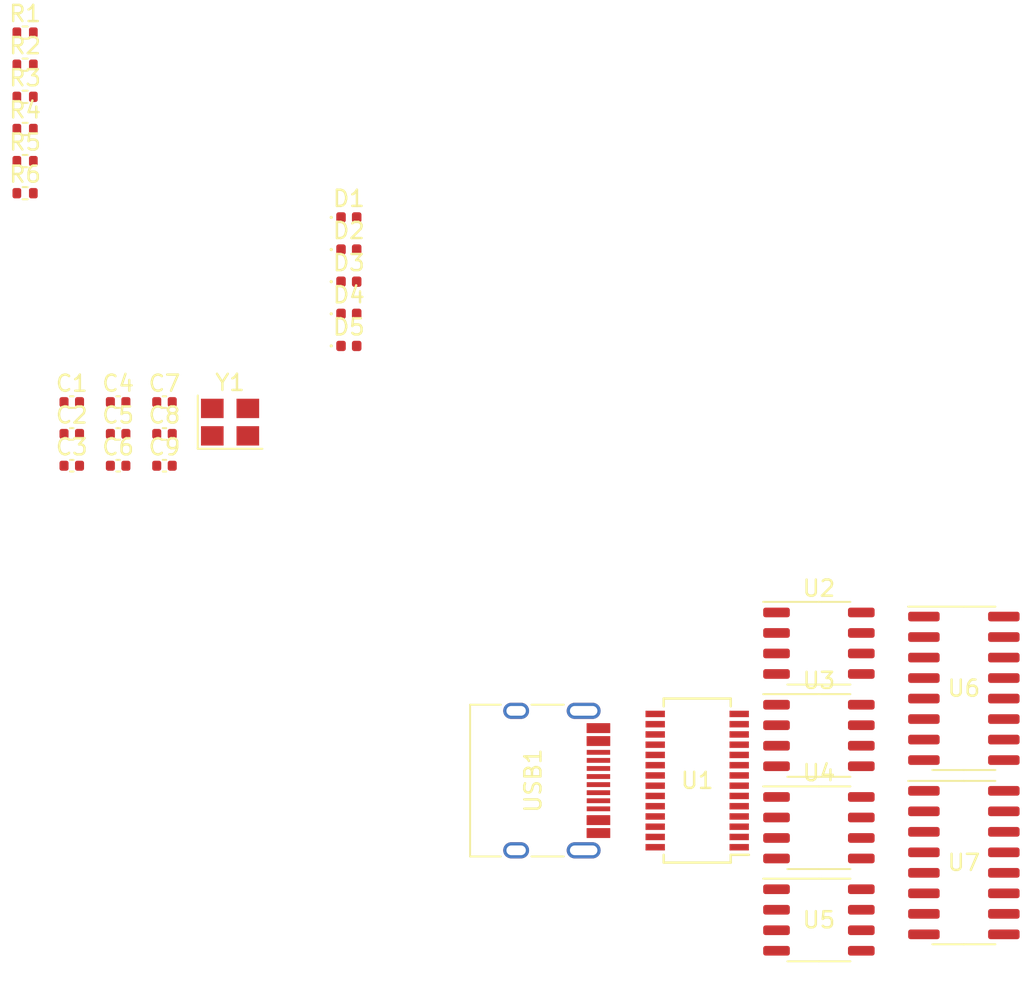
<source format=kicad_pcb>
(kicad_pcb (version 20221018) (generator pcbnew)
  (layers (0 "F.Cu" signal) (31 "B.Cu" signal) (34 "B.Paste" user) (35 "F.Paste" user) (36 "B.SilkS" user "B.Silkscreen") (37 "F.SilkS" user "F.Silkscreen") (38 "B.Mask" user) (39 "F.Mask" user) (44 "Edge.Cuts" user))
  (net 0 "")
  (net 1 "Net-(U1-LED2)")
  (net 2 "Net-(D3-K)")
  (net 3 "Net-(U1-LED1{slash}EESCL)")
  (net 4 "Net-(D1-K)")
  (net 5 "Net-(D5-K)")
  (net 6 "GND")
  (net 7 "Net-(U1-REXT)")
  (net 8 "Net-(USB1-CC2)")
  (net 9 "Net-(USB1-CC1)")
  (net 10 "Net-(U1-XOUT)")
  (net 11 "Net-(U1-XIN)")
  (net 12 "D4-")
  (net 13 "D4+")
  (net 14 "D3-")
  (net 15 "D3+")
  (net 16 "D2-")
  (net 17 "D2+")
  (net 18 "D1-")
  (net 19 "D1+")
  (net 20 "+1V8")
  (net 21 "+3V3")
  (net 22 "DU-")
  (net 23 "DU+")
  (net 24 "VBUS")
  (net 25 "Net-(D1-A)")
  (net 32 "Net-(U5-V3)")
  (net 37 "Net-(U4-V3)")
  (net 42 "Net-(U3-V3)")
  (net 47 "Net-(U2-V3)")
  (footprint "Capacitor_SMD:C_0402_1005Metric" (layer "F.Cu") (at 37.478 50.216)
    (fp_text reference "C1" (at 0 -1.16) (layer "F.SilkS"))
    (fp_text value "12p")
    (fp_line (start -0.107836 -0.36) (end 0.107836 -0.36) (stroke (width 0.12)) (layer "F.SilkS"))
    (fp_line (start -0.107836 0.36) (end 0.107836 0.36) (stroke (width 0.12)) (layer "F.SilkS"))
    (pad "1" smd roundrect (at -0.48 0) (size 0.56 0.62) (layers "F.Cu" "F.Paste" "F.Mask") (net 6 "GND"))
    (pad "2" smd roundrect (at 0.48 0) (size 0.56 0.62) (layers "F.Cu" "F.Paste" "F.Mask") (net 10 "Net-(U1-XOUT)"))
  )
  (footprint "Resistor_SMD:R_0402_1005Metric" (layer "F.Cu") (at 34.588 31.306)
    (fp_text reference "R3" (at 0 -1.17) (layer "F.SilkS"))
    (fp_text value "2k7")
    (fp_line (start -0.153641 -0.38) (end 0.153641 -0.38) (stroke (width 0.12)) (layer "F.SilkS"))
    (fp_line (start -0.153641 0.38) (end 0.153641 0.38) (stroke (width 0.12)) (layer "F.SilkS"))
    (pad "1" smd roundrect (at -0.51 0) (size 0.54 0.64) (layers "F.Cu" "F.Paste" "F.Mask") (net 6 "GND"))
    (pad "2" smd roundrect (at 0.51 0) (size 0.54 0.64) (layers "F.Cu" "F.Paste" "F.Mask") (net 7 "Net-(U1-REXT)"))
  )
  (footprint "Diode_SMD:D_0402_1005Metric" (layer "F.Cu") (at 54.633 44.746)
    (fp_text reference "D4" (at 0 -1.17) (layer "F.SilkS"))
    (fp_text value "LED")
    (fp_circle (center -1.09 0) (end -1.04 0) (stroke (width 0.1)) (fill none) (layer "F.SilkS"))
    (pad "1" smd roundrect (at -0.485 0) (size 0.59 0.64) (layers "F.Cu" "F.Paste" "F.Mask") (net 25 "Net-(D1-A)"))
    (pad "2" smd roundrect (at 0.485 0) (size 0.59 0.64) (layers "F.Cu" "F.Paste" "F.Mask") (net 2 "Net-(D3-K)"))
  )
  (footprint "Capacitor_SMD:C_0402_1005Metric" (layer "F.Cu") (at 43.218 52.186)
    (fp_text reference "C8" (at 0 -1.16) (layer "F.SilkS"))
    (fp_text value "100n")
    (fp_line (start -0.107836 -0.36) (end 0.107836 -0.36) (stroke (width 0.12)) (layer "F.SilkS"))
    (fp_line (start -0.107836 0.36) (end 0.107836 0.36) (stroke (width 0.12)) (layer "F.SilkS"))
    (pad "1" smd roundrect (at -0.48 0) (size 0.56 0.62) (layers "F.Cu" "F.Paste" "F.Mask") (net 6 "GND"))
    (pad "2" smd roundrect (at 0.48 0) (size 0.56 0.62) (layers "F.Cu" "F.Paste" "F.Mask") (net 37 "Net-(U4-V3)"))
  )
  (footprint "Diode_SMD:D_0402_1005Metric" (layer "F.Cu") (at 54.633 46.736)
    (fp_text reference "D5" (at 0 -1.17) (layer "F.SilkS"))
    (fp_text value "LED")
    (fp_circle (center -1.09 0) (end -1.04 0) (stroke (width 0.1)) (fill none) (layer "F.SilkS"))
    (pad "1" smd roundrect (at -0.485 0) (size 0.59 0.64) (layers "F.Cu" "F.Paste" "F.Mask") (net 5 "Net-(D5-K)"))
    (pad "2" smd roundrect (at 0.485 0) (size 0.59 0.64) (layers "F.Cu" "F.Paste" "F.Mask") (net 25 "Net-(D1-A)"))
  )
  (footprint "Resistor_SMD:R_0402_1005Metric" (layer "F.Cu") (at 34.588 27.326)
    (fp_text reference "R1" (at 0 -1.17) (layer "F.SilkS"))
    (fp_text value "5k1")
    (fp_line (start -0.153641 -0.38) (end 0.153641 -0.38) (stroke (width 0.12)) (layer "F.SilkS"))
    (fp_line (start -0.153641 0.38) (end 0.153641 0.38) (stroke (width 0.12)) (layer "F.SilkS"))
    (pad "1" smd roundrect (at -0.51 0) (size 0.54 0.64) (layers "F.Cu" "F.Paste" "F.Mask") (net 9 "Net-(USB1-CC1)"))
    (pad "2" smd roundrect (at 0.51 0) (size 0.54 0.64) (layers "F.Cu" "F.Paste" "F.Mask") (net 6 "GND"))
  )
  (footprint "Capacitor_SMD:C_0402_1005Metric" (layer "F.Cu") (at 37.478 52.186)
    (fp_text reference "C2" (at 0 -1.16) (layer "F.SilkS"))
    (fp_text value "12p")
    (fp_line (start -0.107836 -0.36) (end 0.107836 -0.36) (stroke (width 0.12)) (layer "F.SilkS"))
    (fp_line (start -0.107836 0.36) (end 0.107836 0.36) (stroke (width 0.12)) (layer "F.SilkS"))
    (pad "1" smd roundrect (at -0.48 0) (size 0.56 0.62) (layers "F.Cu" "F.Paste" "F.Mask") (net 11 "Net-(U1-XIN)"))
    (pad "2" smd roundrect (at 0.48 0) (size 0.56 0.62) (layers "F.Cu" "F.Paste" "F.Mask") (net 6 "GND"))
  )
  (footprint "Connector_USB:USB_C_Receptacle_HRO_TYPE-C-31-M-12" (layer "F.Cu") (at 66.04 73.66 -90)
    (fp_text reference "USB1" (at 0 0 90) (layer "F.SilkS"))
    (fp_text value "USB_C_Receptacle_USB2.0")
    (fp_line (start -4.7 -1.9) (end -4.7 0.1) (stroke (width 0.12)) (layer "F.SilkS"))
    (fp_line (start -4.7 2) (end -4.7 3.9) (stroke (width 0.12)) (layer "F.SilkS"))
    (fp_line (start -4.7 3.9) (end 4.7 3.9) (stroke (width 0.12)) (layer "F.SilkS"))
    (fp_line (start 4.7 -1.9) (end 4.7 0.1) (stroke (width 0.12)) (layer "F.SilkS"))
    (fp_line (start 4.7 2) (end 4.7 3.9) (stroke (width 0.12)) (layer "F.SilkS"))
    (pad "" np_thru_hole circle (at -2.89 -2.6 270) (size 0.65 0.65) (drill 0.65) (layers "*.Cu" "*.Mask"))
    (pad "" np_thru_hole circle (at 2.89 -2.6 270) (size 0.65 0.65) (drill 0.65) (layers "*.Cu" "*.Mask"))
    (pad "A1" smd rect (at -3.25 -4.045 270) (size 0.6 1.45) (layers "F.Cu" "F.Paste" "F.Mask") (net 6 "GND"))
    (pad "A4" smd rect (at -2.45 -4.045 270) (size 0.6 1.45) (layers "F.Cu" "F.Paste" "F.Mask") (net 24 "VBUS"))
    (pad "A5" smd rect (at -1.25 -4.045 270) (size 0.3 1.45) (layers "F.Cu" "F.Paste" "F.Mask") (net 9 "Net-(USB1-CC1)"))
    (pad "A6" smd rect (at -0.25 -4.045 270) (size 0.3 1.45) (layers "F.Cu" "F.Paste" "F.Mask") (net 23 "DU+"))
    (pad "A7" smd rect (at 0.25 -4.045 270) (size 0.3 1.45) (layers "F.Cu" "F.Paste" "F.Mask") (net 22 "DU-"))
    (pad "A8" smd rect (at 1.25 -4.045 270) (size 0.3 1.45) (layers "F.Cu" "F.Paste" "F.Mask"))
    (pad "A9" smd rect (at 2.45 -4.045 270) (size 0.6 1.45) (layers "F.Cu" "F.Paste" "F.Mask") (net 24 "VBUS"))
    (pad "A12" smd rect (at 3.25 -4.045 270) (size 0.6 1.45) (layers "F.Cu" "F.Paste" "F.Mask") (net 6 "GND"))
    (pad "B1" smd rect (at 3.25 -4.045 270) (size 0.6 1.45) (layers "F.Cu" "F.Paste" "F.Mask") (net 6 "GND"))
    (pad "B4" smd rect (at 2.45 -4.045 270) (size 0.6 1.45) (layers "F.Cu" "F.Paste" "F.Mask") (net 24 "VBUS"))
    (pad "B5" smd rect (at 1.75 -4.045 270) (size 0.3 1.45) (layers "F.Cu" "F.Paste" "F.Mask") (net 8 "Net-(USB1-CC2)"))
    (pad "B6" smd rect (at 0.75 -4.045 270) (size 0.3 1.45) (layers "F.Cu" "F.Paste" "F.Mask") (net 23 "DU+"))
    (pad "B7" smd rect (at -0.75 -4.045 270) (size 0.3 1.45) (layers "F.Cu" "F.Paste" "F.Mask") (net 22 "DU-"))
    (pad "B8" smd rect (at -1.75 -4.045 270) (size 0.3 1.45) (layers "F.Cu" "F.Paste" "F.Mask"))
    (pad "B9" smd rect (at -2.45 -4.045 270) (size 0.6 1.45) (layers "F.Cu" "F.Paste" "F.Mask") (net 24 "VBUS"))
    (pad "B12" smd rect (at -3.25 -4.045 270) (size 0.6 1.45) (layers "F.Cu" "F.Paste" "F.Mask") (net 6 "GND"))
    (pad "S1" thru_hole oval (at -4.32 -3.13 270) (size 1 2.1) (drill oval 0.6 1.7) (layers "*.Cu" "*.Mask"))
    (pad "S1" thru_hole oval (at -4.32 1.05 270) (size 1 1.6) (drill oval 0.6 1.2) (layers "*.Cu" "*.Mask"))
    (pad "S1" thru_hole oval (at 4.32 -3.13 270) (size 1 2.1) (drill oval 0.6 1.7) (layers "*.Cu" "*.Mask"))
    (pad "S1" thru_hole oval (at 4.32 1.05 270) (size 1 1.6) (drill oval 0.6 1.2) (layers "*.Cu" "*.Mask"))
  )
  (footprint "Resistor_SMD:R_0402_1005Metric" (layer "F.Cu") (at 34.588 33.296)
    (fp_text reference "R4" (at 0 -1.17) (layer "F.SilkS"))
    (fp_text value "470")
    (fp_line (start -0.153641 -0.38) (end 0.153641 -0.38) (stroke (width 0.12)) (layer "F.SilkS"))
    (fp_line (start -0.153641 0.38) (end 0.153641 0.38) (stroke (width 0.12)) (layer "F.SilkS"))
    (pad "1" smd roundrect (at -0.51 0) (size 0.54 0.64) (layers "F.Cu" "F.Paste" "F.Mask") (net 3 "Net-(U1-LED1{slash}EESCL)"))
    (pad "2" smd roundrect (at 0.51 0) (size 0.54 0.64) (layers "F.Cu" "F.Paste" "F.Mask") (net 4 "Net-(D1-K)"))
  )
  (footprint "Package_SO:SOP-8_3.9x4.9mm_P1.27mm" (layer "F.Cu") (at 83.735 65.151)
    (fp_text reference "U2" (at 0 -3.4) (layer "F.SilkS"))
    (fp_text value "~")
    (fp_line (start 0 -2.56) (end -3.45 -2.56) (stroke (width 0.12)) (layer "F.SilkS"))
    (fp_line (start 0 -2.56) (end 1.95 -2.56) (stroke (width 0.12)) (layer "F.SilkS"))
    (fp_line (start 0 2.56) (end -1.95 2.56) (stroke (width 0.12)) (layer "F.SilkS"))
    (fp_line (start 0 2.56) (end 1.95 2.56) (stroke (width 0.12)) (layer "F.SilkS"))
    (pad "1" smd roundrect (at -2.625 -1.905) (size 1.65 0.6) (layers "F.Cu" "F.Paste" "F.Mask") (net 19 "D1+"))
    (pad "2" smd roundrect (at -2.625 -0.635) (size 1.65 0.6) (layers "F.Cu" "F.Paste" "F.Mask") (net 18 "D1-"))
    (pad "3" smd roundrect (at -2.625 0.635) (size 1.65 0.6) (layers "F.Cu" "F.Paste" "F.Mask") (net 6 "GND"))
    (pad "4" smd roundrect (at -2.625 1.905) (size 1.65 0.6) (layers "F.Cu" "F.Paste" "F.Mask"))
    (pad "5" smd roundrect (at 2.625 1.905) (size 1.65 0.6) (layers "F.Cu" "F.Paste" "F.Mask"))
    (pad "6" smd roundrect (at 2.625 0.635) (size 1.65 0.6) (layers "F.Cu" "F.Paste" "F.Mask"))
    (pad "7" smd roundrect (at 2.625 -0.635) (size 1.65 0.6) (layers "F.Cu" "F.Paste" "F.Mask"))
    (pad "8" smd roundrect (at 2.625 -1.905) (size 1.65 0.6) (layers "F.Cu" "F.Paste" "F.Mask") (net 47 "Net-(U2-V3)"))
  )
  (footprint "Package_SO:SOP-8_3.9x4.9mm_P1.27mm" (layer "F.Cu") (at 83.735 82.296)
    (fp_text reference "U5" (at 0 0) (layer "F.SilkS"))
    (fp_text value "~")
    (fp_line (start 0 -2.56) (end -3.45 -2.56) (stroke (width 0.12)) (layer "F.SilkS"))
    (fp_line (start 0 -2.56) (end 1.95 -2.56) (stroke (width 0.12)) (layer "F.SilkS"))
    (fp_line (start 0 2.56) (end -1.95 2.56) (stroke (width 0.12)) (layer "F.SilkS"))
    (fp_line (start 0 2.56) (end 1.95 2.56) (stroke (width 0.12)) (layer "F.SilkS"))
    (pad "1" smd roundrect (at -2.625 -1.905) (size 1.65 0.6) (layers "F.Cu" "F.Paste" "F.Mask") (net 13 "D4+"))
    (pad "2" smd roundrect (at -2.625 -0.635) (size 1.65 0.6) (layers "F.Cu" "F.Paste" "F.Mask") (net 12 "D4-"))
    (pad "3" smd roundrect (at -2.625 0.635) (size 1.65 0.6) (layers "F.Cu" "F.Paste" "F.Mask") (net 6 "GND"))
    (pad "4" smd roundrect (at -2.625 1.905) (size 1.65 0.6) (layers "F.Cu" "F.Paste" "F.Mask"))
    (pad "5" smd roundrect (at 2.625 1.905) (size 1.65 0.6) (layers "F.Cu" "F.Paste" "F.Mask"))
    (pad "6" smd roundrect (at 2.625 0.635) (size 1.65 0.6) (layers "F.Cu" "F.Paste" "F.Mask"))
    (pad "7" smd roundrect (at 2.625 -0.635) (size 1.65 0.6) (layers "F.Cu" "F.Paste" "F.Mask"))
    (pad "8" smd roundrect (at 2.625 -1.905) (size 1.65 0.6) (layers "F.Cu" "F.Paste" "F.Mask") (net 32 "Net-(U5-V3)"))
  )
  (footprint "Capacitor_SMD:C_0402_1005Metric" (layer "F.Cu") (at 40.348 50.216)
    (fp_text reference "C4" (at 0 -1.16) (layer "F.SilkS"))
    (fp_text value "10u")
    (fp_line (start -0.107836 -0.36) (end 0.107836 -0.36) (stroke (width 0.12)) (layer "F.SilkS"))
    (fp_line (start -0.107836 0.36) (end 0.107836 0.36) (stroke (width 0.12)) (layer "F.SilkS"))
    (pad "1" smd roundrect (at -0.48 0) (size 0.56 0.62) (layers "F.Cu" "F.Paste" "F.Mask") (net 21 "+3V3"))
    (pad "2" smd roundrect (at 0.48 0) (size 0.56 0.62) (layers "F.Cu" "F.Paste" "F.Mask") (net 6 "GND"))
  )
  (footprint "Package_SO:SSOP-28_3.9x9.9mm_P0.635mm" (layer "F.Cu") (at 76.2 73.66 180)
    (fp_text reference "U1" (at 0 0) (layer "F.SilkS"))
    (fp_text value "FE1.1s")
    (fp_line (start -2.075 -5.08) (end -2.075 -4.6) (stroke (width 0.15)) (layer "F.SilkS"))
    (fp_line (start -2.075 -5.08) (end 2.075 -5.08) (stroke (width 0.15)) (layer "F.SilkS"))
    (fp_line (start -2.075 -4.6) (end -3.2 -4.6) (stroke (width 0.15)) (layer "F.SilkS"))
    (fp_line (start -2.075 5.08) (end -2.075 4.6) (stroke (width 0.15)) (layer "F.SilkS"))
    (fp_line (start -2.075 5.08) (end 2.075 5.08) (stroke (width 0.15)) (layer "F.SilkS"))
    (fp_line (start 2.075 -5.08) (end 2.075 -4.6) (stroke (width 0.15)) (layer "F.SilkS"))
    (fp_line (start 2.075 5.08) (end 2.075 4.6) (stroke (width 0.15)) (layer "F.SilkS"))
    (pad "1" smd rect (at -2.6 -4.1275 180) (size 1.2 0.4) (layers "F.Cu" "F.Paste" "F.Mask") (net 6 "GND"))
    (pad "2" smd rect (at -2.6 -3.4925 180) (size 1.2 0.4) (layers "F.Cu" "F.Paste" "F.Mask") (net 10 "Net-(U1-XOUT)"))
    (pad "3" smd rect (at -2.6 -2.8575 180) (size 1.2 0.4) (layers "F.Cu" "F.Paste" "F.Mask") (net 11 "Net-(U1-XIN)"))
    (pad "4" smd rect (at -2.6 -2.2225 180) (size 1.2 0.4) (layers "F.Cu" "F.Paste" "F.Mask") (net 12 "D4-"))
    (pad "5" smd rect (at -2.6 -1.5875 180) (size 1.2 0.4) (layers "F.Cu" "F.Paste" "F.Mask") (net 13 "D4+"))
    (pad "6" smd rect (at -2.6 -0.9525 180) (size 1.2 0.4) (layers "F.Cu" "F.Paste" "F.Mask") (net 14 "D3-"))
    (pad "7" smd rect (at -2.6 -0.3175 180) (size 1.2 0.4) (layers "F.Cu" "F.Paste" "F.Mask") (net 15 "D3+"))
    (pad "8" smd rect (at -2.6 0.3175 180) (size 1.2 0.4) (layers "F.Cu" "F.Paste" "F.Mask") (net 16 "D2-"))
    (pad "9" smd rect (at -2.6 0.9525 180) (size 1.2 0.4) (layers "F.Cu" "F.Paste" "F.Mask") (net 17 "D2+"))
    (pad "10" smd rect (at -2.6 1.5875 180) (size 1.2 0.4) (layers "F.Cu" "F.Paste" "F.Mask") (net 18 "D1-"))
    (pad "11" smd rect (at -2.6 2.2225 180) (size 1.2 0.4) (layers "F.Cu" "F.Paste" "F.Mask") (net 19 "D1+"))
    (pad "12" smd rect (at -2.6 2.8575 180) (size 1.2 0.4) (layers "F.Cu" "F.Paste" "F.Mask") (net 20 "+1V8"))
    (pad "13" smd rect (at -2.6 3.4925 180) (size 1.2 0.4) (layers "F.Cu" "F.Paste" "F.Mask") (net 21 "+3V3"))
    (pad "14" smd rect (at -2.6 4.1275 180) (size 1.2 0.4) (layers "F.Cu" "F.Paste" "F.Mask") (net 7 "Net-(U1-REXT)"))
    (pad "15" smd rect (at 2.6 4.1275 180) (size 1.2 0.4) (layers "F.Cu" "F.Paste" "F.Mask") (net 22 "DU-"))
    (pad "16" smd rect (at 2.6 3.4925 180) (size 1.2 0.4) (layers "F.Cu" "F.Paste" "F.Mask") (net 23 "DU+"))
    (pad "17" smd rect (at 2.6 2.8575 180) (size 1.2 0.4) (layers "F.Cu" "F.Paste" "F.Mask") (net 21 "+3V3"))
    (pad "18" smd rect (at 2.6 2.2225 180) (size 1.2 0.4) (layers "F.Cu" "F.Paste" "F.Mask") (net 24 "VBUS"))
    (pad "19" smd rect (at 2.6 1.5875 180) (size 1.2 0.4) (layers "F.Cu" "F.Paste" "F.Mask") (net 6 "GND"))
    (pad "20" smd rect (at 2.6 0.9525 180) (size 1.2 0.4) (layers "F.Cu" "F.Paste" "F.Mask") (net 24 "VBUS"))
    (pad "21" smd rect (at 2.6 0.3175 180) (size 1.2 0.4) (layers "F.Cu" "F.Paste" "F.Mask") (net 21 "+3V3"))
    (pad "22" smd rect (at 2.6 -0.3175 180) (size 1.2 0.4) (layers "F.Cu" "F.Paste" "F.Mask") (net 25 "Net-(D1-A)"))
    (pad "23" smd rect (at 2.6 -0.9525 180) (size 1.2 0.4) (layers "F.Cu" "F.Paste" "F.Mask") (net 3 "Net-(U1-LED1{slash}EESCL)"))
    (pad "24" smd rect (at 2.6 -1.5875 180) (size 1.2 0.4) (layers "F.Cu" "F.Paste" "F.Mask") (net 1 "Net-(U1-LED2)"))
    (pad "25" smd rect (at 2.6 -2.2225 180) (size 1.2 0.4) (layers "F.Cu" "F.Paste" "F.Mask"))
    (pad "26" smd rect (at 2.6 -2.8575 180) (size 1.2 0.4) (layers "F.Cu" "F.Paste" "F.Mask") (net 21 "+3V3"))
    (pad "27" smd rect (at 2.6 -3.4925 180) (size 1.2 0.4) (layers "F.Cu" "F.Paste" "F.Mask"))
    (pad "28" smd rect (at 2.6 -4.1275 180) (size 1.2 0.4) (layers "F.Cu" "F.Paste" "F.Mask") (net 20 "+1V8"))
  )
  (footprint "Package_SO:SOIC-16_3.9x9.9mm_P1.27mm" (layer "F.Cu") (at 92.71 67.945)
    (fp_text reference "U6" (at 0 0) (layer "F.SilkS"))
    (fp_text value "MAX232")
    (fp_line (start 0 -5.06) (end -3.45 -5.06) (stroke (width 0.12)) (layer "F.SilkS"))
    (fp_line (start 0 -5.06) (end 1.95 -5.06) (stroke (width 0.12)) (layer "F.SilkS"))
    (fp_line (start 0 5.06) (end -1.95 5.06) (stroke (width 0.12)) (layer "F.SilkS"))
    (fp_line (start 0 5.06) (end 1.95 5.06) (stroke (width 0.12)) (layer "F.SilkS"))
    (pad "1" smd roundrect (at -2.475 -4.445) (size 1.95 0.6) (layers "F.Cu" "F.Paste" "F.Mask"))
    (pad "2" smd roundrect (at -2.475 -3.175) (size 1.95 0.6) (layers "F.Cu" "F.Paste" "F.Mask"))
    (pad "3" smd roundrect (at -2.475 -1.905) (size 1.95 0.6) (layers "F.Cu" "F.Paste" "F.Mask"))
    (pad "4" smd roundrect (at -2.475 -0.635) (size 1.95 0.6) (layers "F.Cu" "F.Paste" "F.Mask"))
    (pad "5" smd roundrect (at -2.475 0.635) (size 1.95 0.6) (layers "F.Cu" "F.Paste" "F.Mask"))
    (pad "6" smd roundrect (at -2.475 1.905) (size 1.95 0.6) (layers "F.Cu" "F.Paste" "F.Mask"))
    (pad "7" smd roundrect (at -2.475 3.175) (size 1.95 0.6) (layers "F.Cu" "F.Paste" "F.Mask"))
    (pad "8" smd roundrect (at -2.475 4.445) (size 1.95 0.6) (layers "F.Cu" "F.Paste" "F.Mask"))
    (pad "9" smd roundrect (at 2.475 4.445) (size 1.95 0.6) (layers "F.Cu" "F.Paste" "F.Mask"))
    (pad "10" smd roundrect (at 2.475 3.175) (size 1.95 0.6) (layers "F.Cu" "F.Paste" "F.Mask"))
    (pad "11" smd roundrect (at 2.475 1.905) (size 1.95 0.6) (layers "F.Cu" "F.Paste" "F.Mask"))
    (pad "12" smd roundrect (at 2.475 0.635) (size 1.95 0.6) (layers "F.Cu" "F.Paste" "F.Mask"))
    (pad "13" smd roundrect (at 2.475 -0.635) (size 1.95 0.6) (layers "F.Cu" "F.Paste" "F.Mask"))
    (pad "14" smd roundrect (at 2.475 -1.905) (size 1.95 0.6) (layers "F.Cu" "F.Paste" "F.Mask"))
    (pad "15" smd roundrect (at 2.475 -3.175) (size 1.95 0.6) (layers "F.Cu" "F.Paste" "F.Mask") (net 6 "GND"))
    (pad "16" smd roundrect (at 2.475 -4.445) (size 1.95 0.6) (layers "F.Cu" "F.Paste" "F.Mask"))
  )
  (footprint "Capacitor_SMD:C_0402_1005Metric" (layer "F.Cu") (at 43.218 50.216)
    (fp_text reference "C7" (at 0 -1.16) (layer "F.SilkS"))
    (fp_text value "100n")
    (fp_line (start -0.107836 -0.36) (end 0.107836 -0.36) (stroke (width 0.12)) (layer "F.SilkS"))
    (fp_line (start -0.107836 0.36) (end 0.107836 0.36) (stroke (width 0.12)) (layer "F.SilkS"))
    (pad "1" smd roundrect (at -0.48 0) (size 0.56 0.62) (layers "F.Cu" "F.Paste" "F.Mask") (net 6 "GND"))
    (pad "2" smd roundrect (at 0.48 0) (size 0.56 0.62) (layers "F.Cu" "F.Paste" "F.Mask") (net 42 "Net-(U3-V3)"))
  )
  (footprint "Capacitor_SMD:C_0402_1005Metric" (layer "F.Cu") (at 37.478 54.156)
    (fp_text reference "C3" (at 0 -1.16) (layer "F.SilkS"))
    (fp_text value "10u")
    (fp_line (start -0.107836 -0.36) (end 0.107836 -0.36) (stroke (width 0.12)) (layer "F.SilkS"))
    (fp_line (start -0.107836 0.36) (end 0.107836 0.36) (stroke (width 0.12)) (layer "F.SilkS"))
    (pad "1" smd roundrect (at -0.48 0) (size 0.56 0.62) (layers "F.Cu" "F.Paste" "F.Mask") (net 20 "+1V8"))
    (pad "2" smd roundrect (at 0.48 0) (size 0.56 0.62) (layers "F.Cu" "F.Paste" "F.Mask") (net 6 "GND"))
  )
  (footprint "Package_SO:SOIC-16_3.9x9.9mm_P1.27mm" (layer "F.Cu") (at 92.71 78.74)
    (fp_text reference "U7" (at 0 0) (layer "F.SilkS"))
    (fp_text value "MAX232")
    (fp_line (start 0 -5.06) (end -3.45 -5.06) (stroke (width 0.12)) (layer "F.SilkS"))
    (fp_line (start 0 -5.06) (end 1.95 -5.06) (stroke (width 0.12)) (layer "F.SilkS"))
    (fp_line (start 0 5.06) (end -1.95 5.06) (stroke (width 0.12)) (layer "F.SilkS"))
    (fp_line (start 0 5.06) (end 1.95 5.06) (stroke (width 0.12)) (layer "F.SilkS"))
    (pad "1" smd roundrect (at -2.475 -4.445) (size 1.95 0.6) (layers "F.Cu" "F.Paste" "F.Mask"))
    (pad "2" smd roundrect (at -2.475 -3.175) (size 1.95 0.6) (layers "F.Cu" "F.Paste" "F.Mask"))
    (pad "3" smd roundrect (at -2.475 -1.905) (size 1.95 0.6) (layers "F.Cu" "F.Paste" "F.Mask"))
    (pad "4" smd roundrect (at -2.475 -0.635) (size 1.95 0.6) (layers "F.Cu" "F.Paste" "F.Mask"))
    (pad "5" smd roundrect (at -2.475 0.635) (size 1.95 0.6) (layers "F.Cu" "F.Paste" "F.Mask"))
    (pad "6" smd roundrect (at -2.475 1.905) (size 1.95 0.6) (layers "F.Cu" "F.Paste" "F.Mask"))
    (pad "7" smd roundrect (at -2.475 3.175) (size 1.95 0.6) (layers "F.Cu" "F.Paste" "F.Mask"))
    (pad "8" smd roundrect (at -2.475 4.445) (size 1.95 0.6) (layers "F.Cu" "F.Paste" "F.Mask"))
    (pad "9" smd roundrect (at 2.475 4.445) (size 1.95 0.6) (layers "F.Cu" "F.Paste" "F.Mask"))
    (pad "10" smd roundrect (at 2.475 3.175) (size 1.95 0.6) (layers "F.Cu" "F.Paste" "F.Mask"))
    (pad "11" smd roundrect (at 2.475 1.905) (size 1.95 0.6) (layers "F.Cu" "F.Paste" "F.Mask"))
    (pad "12" smd roundrect (at 2.475 0.635) (size 1.95 0.6) (layers "F.Cu" "F.Paste" "F.Mask"))
    (pad "13" smd roundrect (at 2.475 -0.635) (size 1.95 0.6) (layers "F.Cu" "F.Paste" "F.Mask"))
    (pad "14" smd roundrect (at 2.475 -1.905) (size 1.95 0.6) (layers "F.Cu" "F.Paste" "F.Mask"))
    (pad "15" smd roundrect (at 2.475 -3.175) (size 1.95 0.6) (layers "F.Cu" "F.Paste" "F.Mask") (net 6 "GND"))
    (pad "16" smd roundrect (at 2.475 -4.445) (size 1.95 0.6) (layers "F.Cu" "F.Paste" "F.Mask"))
  )
  (footprint "Package_SO:SOP-8_3.9x4.9mm_P1.27mm" (layer "F.Cu") (at 83.735 76.581)
    (fp_text reference "U4" (at 0 -3.4) (layer "F.SilkS"))
    (fp_text value "~")
    (fp_line (start 0 -2.56) (end -3.45 -2.56) (stroke (width 0.12)) (layer "F.SilkS"))
    (fp_line (start 0 -2.56) (end 1.95 -2.56) (stroke (width 0.12)) (layer "F.SilkS"))
    (fp_line (start 0 2.56) (end -1.95 2.56) (stroke (width 0.12)) (layer "F.SilkS"))
    (fp_line (start 0 2.56) (end 1.95 2.56) (stroke (width 0.12)) (layer "F.SilkS"))
    (pad "1" smd roundrect (at -2.625 -1.905) (size 1.65 0.6) (layers "F.Cu" "F.Paste" "F.Mask") (net 15 "D3+"))
    (pad "2" smd roundrect (at -2.625 -0.635) (size 1.65 0.6) (layers "F.Cu" "F.Paste" "F.Mask") (net 14 "D3-"))
    (pad "3" smd roundrect (at -2.625 0.635) (size 1.65 0.6) (layers "F.Cu" "F.Paste" "F.Mask") (net 6 "GND"))
    (pad "4" smd roundrect (at -2.625 1.905) (size 1.65 0.6) (layers "F.Cu" "F.Paste" "F.Mask"))
    (pad "5" smd roundrect (at 2.625 1.905) (size 1.65 0.6) (layers "F.Cu" "F.Paste" "F.Mask"))
    (pad "6" smd roundrect (at 2.625 0.635) (size 1.65 0.6) (layers "F.Cu" "F.Paste" "F.Mask"))
    (pad "7" smd roundrect (at 2.625 -0.635) (size 1.65 0.6) (layers "F.Cu" "F.Paste" "F.Mask"))
    (pad "8" smd roundrect (at 2.625 -1.905) (size 1.65 0.6) (layers "F.Cu" "F.Paste" "F.Mask") (net 37 "Net-(U4-V3)"))
  )
  (footprint "Package_SO:SOP-8_3.9x4.9mm_P1.27mm" (layer "F.Cu") (at 83.735 70.866)
    (fp_text reference "U3" (at 0 -3.4) (layer "F.SilkS"))
    (fp_text value "~")
    (fp_line (start 0 -2.56) (end -3.45 -2.56) (stroke (width 0.12)) (layer "F.SilkS"))
    (fp_line (start 0 -2.56) (end 1.95 -2.56) (stroke (width 0.12)) (layer "F.SilkS"))
    (fp_line (start 0 2.56) (end -1.95 2.56) (stroke (width 0.12)) (layer "F.SilkS"))
    (fp_line (start 0 2.56) (end 1.95 2.56) (stroke (width 0.12)) (layer "F.SilkS"))
    (pad "1" smd roundrect (at -2.625 -1.905) (size 1.65 0.6) (layers "F.Cu" "F.Paste" "F.Mask") (net 17 "D2+"))
    (pad "2" smd roundrect (at -2.625 -0.635) (size 1.65 0.6) (layers "F.Cu" "F.Paste" "F.Mask") (net 16 "D2-"))
    (pad "3" smd roundrect (at -2.625 0.635) (size 1.65 0.6) (layers "F.Cu" "F.Paste" "F.Mask") (net 6 "GND"))
    (pad "4" smd roundrect (at -2.625 1.905) (size 1.65 0.6) (layers "F.Cu" "F.Paste" "F.Mask"))
    (pad "5" smd roundrect (at 2.625 1.905) (size 1.65 0.6) (layers "F.Cu" "F.Paste" "F.Mask"))
    (pad "6" smd roundrect (at 2.625 0.635) (size 1.65 0.6) (layers "F.Cu" "F.Paste" "F.Mask"))
    (pad "7" smd roundrect (at 2.625 -0.635) (size 1.65 0.6) (layers "F.Cu" "F.Paste" "F.Mask"))
    (pad "8" smd roundrect (at 2.625 -1.905) (size 1.65 0.6) (layers "F.Cu" "F.Paste" "F.Mask") (net 42 "Net-(U3-V3)"))
  )
  (footprint "Resistor_SMD:R_0402_1005Metric" (layer "F.Cu") (at 34.588 35.286)
    (fp_text reference "R5" (at 0 -1.17) (layer "F.SilkS"))
    (fp_text value "470")
    (fp_line (start -0.153641 -0.38) (end 0.153641 -0.38) (stroke (width 0.12)) (layer "F.SilkS"))
    (fp_line (start -0.153641 0.38) (end 0.153641 0.38) (stroke (width 0.12)) (layer "F.SilkS"))
    (pad "1" smd roundrect (at -0.51 0) (size 0.54 0.64) (layers "F.Cu" "F.Paste" "F.Mask") (net 1 "Net-(U1-LED2)"))
    (pad "2" smd roundrect (at 0.51 0) (size 0.54 0.64) (layers "F.Cu" "F.Paste" "F.Mask") (net 2 "Net-(D3-K)"))
  )
  (footprint "Capacitor_SMD:C_0402_1005Metric" (layer "F.Cu") (at 40.348 52.186)
    (fp_text reference "C5" (at 0 -1.16) (layer "F.SilkS"))
    (fp_text value "10u")
    (fp_line (start -0.107836 -0.36) (end 0.107836 -0.36) (stroke (width 0.12)) (layer "F.SilkS"))
    (fp_line (start -0.107836 0.36) (end 0.107836 0.36) (stroke (width 0.12)) (layer "F.SilkS"))
    (pad "1" smd roundrect (at -0.48 0) (size 0.56 0.62) (layers "F.Cu" "F.Paste" "F.Mask") (net 24 "VBUS"))
    (pad "2" smd roundrect (at 0.48 0) (size 0.56 0.62) (layers "F.Cu" "F.Paste" "F.Mask") (net 6 "GND"))
  )
  (footprint "Capacitor_SMD:C_0402_1005Metric" (layer "F.Cu") (at 43.218 54.156)
    (fp_text reference "C9" (at 0 -1.16) (layer "F.SilkS"))
    (fp_text value "100n")
    (fp_line (start -0.107836 -0.36) (end 0.107836 -0.36) (stroke (width 0.12)) (layer "F.SilkS"))
    (fp_line (start -0.107836 0.36) (end 0.107836 0.36) (stroke (width 0.12)) (layer "F.SilkS"))
    (pad "1" smd roundrect (at -0.48 0) (size 0.56 0.62) (layers "F.Cu" "F.Paste" "F.Mask") (net 6 "GND"))
    (pad "2" smd roundrect (at 0.48 0) (size 0.56 0.62) (layers "F.Cu" "F.Paste" "F.Mask") (net 32 "Net-(U5-V3)"))
  )
  (footprint "Diode_SMD:D_0402_1005Metric" (layer "F.Cu") (at 54.633 40.766)
    (fp_text reference "D2" (at 0 -1.17) (layer "F.SilkS"))
    (fp_text value "LED")
    (fp_circle (center -1.09 0) (end -1.04 0) (stroke (width 0.1)) (fill none) (layer "F.SilkS"))
    (pad "1" smd roundrect (at -0.485 0) (size 0.59 0.64) (layers "F.Cu" "F.Paste" "F.Mask") (net 25 "Net-(D1-A)"))
    (pad "2" smd roundrect (at 0.485 0) (size 0.59 0.64) (layers "F.Cu" "F.Paste" "F.Mask") (net 4 "Net-(D1-K)"))
  )
  (footprint "Diode_SMD:D_0402_1005Metric" (layer "F.Cu") (at 54.633 38.776)
    (fp_text reference "D1" (at 0 -1.17) (layer "F.SilkS"))
    (fp_text value "LED")
    (fp_circle (center -1.09 0) (end -1.04 0) (stroke (width 0.1)) (fill none) (layer "F.SilkS"))
    (pad "1" smd roundrect (at -0.485 0) (size 0.59 0.64) (layers "F.Cu" "F.Paste" "F.Mask") (net 4 "Net-(D1-K)"))
    (pad "2" smd roundrect (at 0.485 0) (size 0.59 0.64) (layers "F.Cu" "F.Paste" "F.Mask") (net 25 "Net-(D1-A)"))
  )
  (footprint "Resistor_SMD:R_0402_1005Metric" (layer "F.Cu") (at 34.588 37.276)
    (fp_text reference "R6" (at 0 -1.17) (layer "F.SilkS"))
    (fp_text value "470")
    (fp_line (start -0.153641 -0.38) (end 0.153641 -0.38) (stroke (width 0.12)) (layer "F.SilkS"))
    (fp_line (start -0.153641 0.38) (end 0.153641 0.38) (stroke (width 0.12)) (layer "F.SilkS"))
    (pad "1" smd roundrect (at -0.51 0) (size 0.54 0.64) (layers "F.Cu" "F.Paste" "F.Mask") (net 5 "Net-(D5-K)"))
    (pad "2" smd roundrect (at 0.51 0) (size 0.54 0.64) (layers "F.Cu" "F.Paste" "F.Mask") (net 6 "GND"))
  )
  (footprint "Capacitor_SMD:C_0402_1005Metric" (layer "F.Cu") (at 40.348 54.156)
    (fp_text reference "C6" (at 0 -1.16) (layer "F.SilkS"))
    (fp_text value "100n")
    (fp_line (start -0.107836 -0.36) (end 0.107836 -0.36) (stroke (width 0.12)) (layer "F.SilkS"))
    (fp_line (start -0.107836 0.36) (end 0.107836 0.36) (stroke (width 0.12)) (layer "F.SilkS"))
    (pad "1" smd roundrect (at -0.48 0) (size 0.56 0.62) (layers "F.Cu" "F.Paste" "F.Mask") (net 6 "GND"))
    (pad "2" smd roundrect (at 0.48 0) (size 0.56 0.62) (layers "F.Cu" "F.Paste" "F.Mask") (net 47 "Net-(U2-V3)"))
  )
  (footprint "Diode_SMD:D_0402_1005Metric" (layer "F.Cu") (at 54.633 42.756)
    (fp_text reference "D3" (at 0 -1.17) (layer "F.SilkS"))
    (fp_text value "LED")
    (fp_circle (center -1.09 0) (end -1.04 0) (stroke (width 0.1)) (fill none) (layer "F.SilkS"))
    (pad "1" smd roundrect (at -0.485 0) (size 0.59 0.64) (layers "F.Cu" "F.Paste" "F.Mask") (net 2 "Net-(D3-K)"))
    (pad "2" smd roundrect (at 0.485 0) (size 0.59 0.64) (layers "F.Cu" "F.Paste" "F.Mask") (net 25 "Net-(D1-A)"))
  )
  (footprint "Resistor_SMD:R_0402_1005Metric" (layer "F.Cu") (at 34.588 29.316)
    (fp_text reference "R2" (at 0 -1.17) (layer "F.SilkS"))
    (fp_text value "5k1")
    (fp_line (start -0.153641 -0.38) (end 0.153641 -0.38) (stroke (width 0.12)) (layer "F.SilkS"))
    (fp_line (start -0.153641 0.38) (end 0.153641 0.38) (stroke (width 0.12)) (layer "F.SilkS"))
    (pad "1" smd roundrect (at -0.51 0) (size 0.54 0.64) (layers "F.Cu" "F.Paste" "F.Mask") (net 8 "Net-(USB1-CC2)"))
    (pad "2" smd roundrect (at 0.51 0) (size 0.54 0.64) (layers "F.Cu" "F.Paste" "F.Mask") (net 6 "GND"))
  )
  (footprint "Crystal:Crystal_SMD_3225-4Pin_3.2x2.5mm" (layer "F.Cu") (at 47.278 51.456)
    (fp_text reference "Y1" (at 0 -2.45) (layer "F.SilkS"))
    (fp_text value "12M")
    (fp_line (start -2 -1.65) (end -2 1.65) (stroke (width 0.12)) (layer "F.SilkS"))
    (fp_line (start -2 1.65) (end 2 1.65) (stroke (width 0.12)) (layer "F.SilkS"))
    (pad "1" smd rect (at -1.1 0.85) (size 1.4 1.2) (layers "F.Cu" "F.Paste" "F.Mask") (net 11 "Net-(U1-XIN)"))
    (pad "2" smd rect (at 1.1 0.85) (size 1.4 1.2) (layers "F.Cu" "F.Paste" "F.Mask") (net 6 "GND"))
    (pad "3" smd rect (at 1.1 -0.85) (size 1.4 1.2) (layers "F.Cu" "F.Paste" "F.Mask") (net 10 "Net-(U1-XOUT)"))
    (pad "4" smd rect (at -1.1 -0.85) (size 1.4 1.2) (layers "F.Cu" "F.Paste" "F.Mask") (net 6 "GND"))
  )
)
</source>
